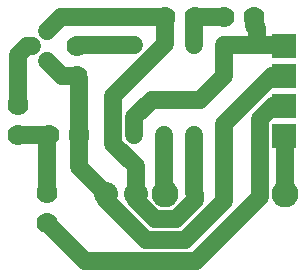
<source format=gbr>
G04 PROTEUS GERBER X2 FILE*
%TF.GenerationSoftware,Labcenter,Proteus,8.12-SP0-Build30713*%
%TF.CreationDate,2025-07-29T23:59:36+00:00*%
%TF.FileFunction,Copper,L2,Bot*%
%TF.FilePolarity,Positive*%
%TF.Part,Single*%
%TF.SameCoordinates,{e56e60b4-6ad3-43ce-92a5-0eef0eccd0f5}*%
%FSLAX45Y45*%
%MOMM*%
G01*
%TA.AperFunction,Conductor*%
%ADD10C,1.524000*%
%TA.AperFunction,ComponentPad*%
%ADD11C,2.032000*%
%ADD12C,1.778000*%
%ADD13C,2.286000*%
%TA.AperFunction,ComponentPad*%
%ADD14R,1.270000X1.270000*%
%ADD15C,1.270000*%
%TA.AperFunction,ComponentPad*%
%ADD16R,2.032000X2.032000*%
%TD.AperFunction*%
D10*
X+7488000Y+1750000D02*
X+7488000Y+1900803D01*
X+7633049Y+2045852D01*
X+8045852Y+2045852D01*
X+8250000Y+2250000D01*
X+8250000Y+2512000D01*
X+8750000Y+2246000D02*
X+8650867Y+2246000D01*
X+8250000Y+1845133D01*
X+8250000Y+1750000D01*
X+8766000Y+1250000D02*
X+8766000Y+1722000D01*
X+8750000Y+1738000D01*
X+7742000Y+1750000D02*
X+7742000Y+1258000D01*
X+7750000Y+1250000D01*
X+7750000Y+2746000D02*
X+7750000Y+2520000D01*
X+7742000Y+2512000D01*
X+7488000Y+2512000D02*
X+7008000Y+2512000D01*
X+7000000Y+2504000D01*
X+7750000Y+2746000D02*
X+6865178Y+2746000D01*
X+6850869Y+2731691D01*
X+6750000Y+2630822D01*
X+6750000Y+2627000D01*
X+6500000Y+2000000D02*
X+6500000Y+2424118D01*
X+6511721Y+2435839D01*
X+6575882Y+2500000D01*
X+6623000Y+2500000D01*
X+7000000Y+2250000D02*
X+6873000Y+2250000D01*
X+6750000Y+2373000D01*
X+8738000Y+2512000D02*
X+8750000Y+2500000D01*
X+8504000Y+2750000D02*
X+8504000Y+2673275D01*
X+8524959Y+2652316D01*
X+8524959Y+2512000D01*
X+8250000Y+2512000D02*
X+8524959Y+2512000D01*
X+8738000Y+2512000D01*
X+8250000Y+1750000D02*
X+8250000Y+1193225D01*
X+7913075Y+856300D01*
X+7586925Y+856300D01*
X+7246000Y+1197225D01*
X+7246000Y+1250000D01*
X+7500000Y+1250000D02*
X+7500000Y+1194672D01*
X+7500000Y+1486553D01*
X+7310200Y+1676353D01*
X+7310200Y+2080200D01*
X+7742000Y+2512000D01*
X+7996000Y+1750000D02*
X+7996000Y+1254000D01*
X+8000000Y+1250000D01*
X+8000000Y+1194672D01*
X+7839428Y+1034100D01*
X+7660572Y+1034100D01*
X+7500000Y+1194672D01*
X+6750000Y+1000000D02*
X+7071424Y+678576D01*
X+8001615Y+678576D01*
X+8005413Y+682374D01*
X+8546800Y+1223761D01*
X+8546800Y+1881684D01*
X+8657116Y+1992000D01*
X+8750000Y+1992000D01*
X+7246000Y+1250000D02*
X+7020000Y+1476000D01*
X+7020000Y+1750000D01*
X+7020000Y+2230000D01*
X+7000000Y+2250000D01*
X+6766000Y+1750000D02*
X+6762000Y+1746000D01*
X+6500000Y+1746000D01*
X+6750000Y+1254000D02*
X+6750000Y+1734000D01*
X+6762000Y+1746000D01*
X+8250000Y+2750000D02*
X+8000000Y+2750000D01*
X+7996000Y+2746000D01*
X+8000000Y+2750000D01*
X+7996000Y+2512000D02*
X+7996000Y+2746000D01*
D11*
X+7500000Y+1250000D03*
X+7246000Y+1250000D03*
D12*
X+6750000Y+1254000D03*
X+6750000Y+1000000D03*
X+7000000Y+2504000D03*
X+7000000Y+2250000D03*
D13*
X+8766000Y+1250000D03*
X+7750000Y+1250000D03*
D14*
X+8250000Y+1750000D03*
D15*
X+7996000Y+1750000D03*
X+7742000Y+1750000D03*
X+7488000Y+1750000D03*
X+7488000Y+2512000D03*
X+7742000Y+2512000D03*
X+7996000Y+2512000D03*
X+8250000Y+2512000D03*
D12*
X+8000000Y+2750000D03*
X+7746000Y+2750000D03*
X+8504000Y+2750000D03*
X+8250000Y+2750000D03*
X+6500000Y+2000000D03*
X+6500000Y+1746000D03*
X+6766000Y+1750000D03*
X+7020000Y+1750000D03*
D15*
X+6750000Y+2373000D03*
X+6623000Y+2500000D03*
X+6750000Y+2627000D03*
D16*
X+8750000Y+2500000D03*
X+8750000Y+2246000D03*
X+8750000Y+1992000D03*
X+8750000Y+1738000D03*
M02*

</source>
